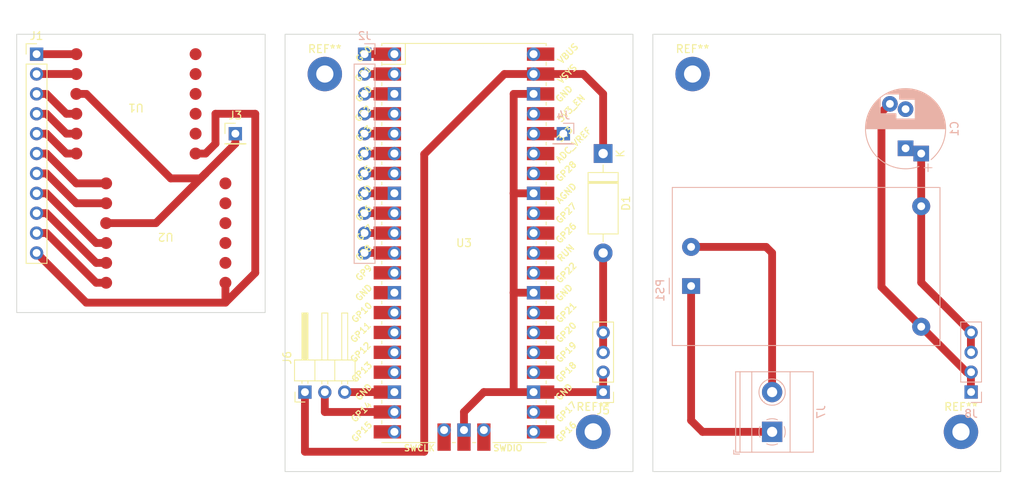
<source format=kicad_pcb>
(kicad_pcb (version 20211014) (generator pcbnew)
  (layers (0 "F.Cu" signal) (31 "B.Cu" signal) (34 "B.Paste" user) (35 "F.Paste" user) (36 "B.SilkS" user "B.Silkscreen") (37 "F.SilkS" user "F.Silkscreen") (38 "B.Mask" user) (39 "F.Mask" user) (44 "Edge.Cuts" user))
  (net 0 "")
  (net 6 "/M1I1")
  (net 7 "/M1I2")
  (net 8 "+3.3V")
  (net 9 "GND")
  (net 10 "/M1I3")
  (net 11 "/M1I4")
  (net 17 "/M2I1")
  (net 18 "/M2I2")
  (net 19 "/M2I3")
  (net 20 "/M2I4")
  (net 42 "/Enable")
  (net 43 "Net-(D1-Pad2)")
  (net 44 "/VSYS")
  (net 45 "Net-(J7-Pad1)")
  (net 46 "Net-(J7-Pad2)")
  (net 47 "Net-(J6-Pad2)")
  (footprint "Connector_PinHeader_2.54mm:PinHeader_1x04_P2.54mm_Vertical" (layer "F.Cu") (at 168.91 109.22 180)
    (fp_text reference "J5" (at 0 -2.33) (layer "F.SilkS"))
    (fp_text value "Conn_01x04_Male")
    (pad "1" thru_hole rect (at 0 0 180) (size 1.7 1.7) (drill 1) (layers *.Cu *.Mask) (net 9 "GND"))
    (pad "2" thru_hole oval (at 0 2.54 180) (size 1.7 1.7) (drill 1) (layers *.Cu *.Mask) (net 9 "GND"))
    (pad "3" thru_hole oval (at 0 5.08 180) (size 1.7 1.7) (drill 1) (layers *.Cu *.Mask) (net 43 "Net-(D1-Pad2)"))
    (pad "4" thru_hole oval (at 0 7.62 180) (size 1.7 1.7) (drill 1) (layers *.Cu *.Mask) (net 43 "Net-(D1-Pad2)"))
  )
  (footprint "MountingHole:MountingHole_2.2mm_M2_Pad" (layer "F.Cu") (at 133.35 68.58)
    (fp_text reference "REF**" (at 0 -3.2) (layer "F.SilkS"))
    (fp_text value "MountingHole_2.2mm_M2_Pad")
    (pad "1" thru_hole circle (at 0 0) (size 4.4 4.4) (drill 2.2) (layers *.Cu *.Mask))
  )
  (footprint "CustomFootprints:DRV8833_Breakout" (layer "F.Cu") (at 113.03 88.9 180)
    (fp_text reference "U2" (at 0 -0.5 180 unlocked) (layer "F.SilkS"))
    (fp_text value "DRV8833_Breakout")
    (pad "1" smd circle (at -7.62 -6.35 180) (size 1.524 1.524) (layers "F.Cu" "F.Paste" "F.Mask") (net 42 "/Enable"))
    (pad "2" smd circle (at -7.62 -3.81 180) (size 1.524 1.524) (layers "F.Cu" "F.Paste" "F.Mask"))
    (pad "3" smd circle (at -7.62 -1.27 180) (size 1.524 1.524) (layers "F.Cu" "F.Paste" "F.Mask"))
    (pad "4" smd circle (at -7.62 1.27 180) (size 1.524 1.524) (layers "F.Cu" "F.Paste" "F.Mask"))
    (pad "5" smd circle (at -7.62 3.81 180) (size 1.524 1.524) (layers "F.Cu" "F.Paste" "F.Mask"))
    (pad "6" smd circle (at -7.62 6.35 180) (size 1.524 1.524) (layers "F.Cu" "F.Paste" "F.Mask"))
    (pad "7" smd circle (at 7.62 6.35 180) (size 1.524 1.524) (layers "F.Cu" "F.Paste" "F.Mask") (net 17 "/M2I1"))
    (pad "8" smd circle (at 7.62 3.81 180) (size 1.524 1.524) (layers "F.Cu" "F.Paste" "F.Mask") (net 18 "/M2I2"))
    (pad "9" smd circle (at 7.62 1.27 180) (size 1.524 1.524) (layers "F.Cu" "F.Paste" "F.Mask") (net 8 "+3.3V"))
    (pad "10" smd circle (at 7.62 -1.27 180) (size 1.524 1.524) (layers "F.Cu" "F.Paste" "F.Mask") (net 9 "GND"))
    (pad "11" smd circle (at 7.62 -3.81 180) (size 1.524 1.524) (layers "F.Cu" "F.Paste" "F.Mask") (net 19 "/M2I3"))
    (pad "12" smd circle (at 7.62 -6.35 180) (size 1.524 1.524) (layers "F.Cu" "F.Paste" "F.Mask") (net 20 "/M2I4"))
  )
  (footprint "CustomFootprints:DRV8833_Breakout" (layer "F.Cu") (at 109.22 72.39 180)
    (fp_text reference "U1" (at 0 -0.5 180 unlocked) (layer "F.SilkS"))
    (fp_text value "DRV8833_Breakout")
    (pad "1" smd circle (at -7.62 -6.35 180) (size 1.524 1.524) (layers "F.Cu" "F.Paste" "F.Mask") (net 42 "/Enable"))
    (pad "2" smd circle (at -7.62 -3.81 180) (size 1.524 1.524) (layers "F.Cu" "F.Paste" "F.Mask"))
    (pad "3" smd circle (at -7.62 -1.27 180) (size 1.524 1.524) (layers "F.Cu" "F.Paste" "F.Mask"))
    (pad "4" smd circle (at -7.62 1.27 180) (size 1.524 1.524) (layers "F.Cu" "F.Paste" "F.Mask"))
    (pad "5" smd circle (at -7.62 3.81 180) (size 1.524 1.524) (layers "F.Cu" "F.Paste" "F.Mask"))
    (pad "6" smd circle (at -7.62 6.35 180) (size 1.524 1.524) (layers "F.Cu" "F.Paste" "F.Mask"))
    (pad "7" smd circle (at 7.62 6.35 180) (size 1.524 1.524) (layers "F.Cu" "F.Paste" "F.Mask") (net 6 "/M1I1"))
    (pad "8" smd circle (at 7.62 3.81 180) (size 1.524 1.524) (layers "F.Cu" "F.Paste" "F.Mask") (net 7 "/M1I2"))
    (pad "9" smd circle (at 7.62 1.27 180) (size 1.524 1.524) (layers "F.Cu" "F.Paste" "F.Mask") (net 8 "+3.3V"))
    (pad "10" smd circle (at 7.62 -1.27 180) (size 1.524 1.524) (layers "F.Cu" "F.Paste" "F.Mask") (net 9 "GND"))
    (pad "11" smd circle (at 7.62 -3.81 180) (size 1.524 1.524) (layers "F.Cu" "F.Paste" "F.Mask") (net 10 "/M1I3"))
    (pad "12" smd circle (at 7.62 -6.35 180) (size 1.524 1.524) (layers "F.Cu" "F.Paste" "F.Mask") (net 11 "/M1I4"))
  )
  (footprint "Connector_PinHeader_2.54mm:PinHeader_1x11_P2.54mm_Vertical" (layer "F.Cu") (at 96.52 66.04)
    (fp_text reference "J1" (at 0 -2.33) (layer "F.SilkS"))
    (fp_text value "Conn_01x11")
    (pad "1" thru_hole rect (at 0 0) (size 1.7 1.7) (drill 1) (layers *.Cu *.Mask) (net 6 "/M1I1"))
    (pad "2" thru_hole oval (at 0 2.54) (size 1.7 1.7) (drill 1) (layers *.Cu *.Mask) (net 7 "/M1I2"))
    (pad "3" thru_hole oval (at 0 5.08) (size 1.7 1.7) (drill 1) (layers *.Cu *.Mask) (net 9 "GND"))
    (pad "4" thru_hole oval (at 0 7.62) (size 1.7 1.7) (drill 1) (layers *.Cu *.Mask) (net 10 "/M1I3"))
    (pad "5" thru_hole oval (at 0 10.16) (size 1.7 1.7) (drill 1) (layers *.Cu *.Mask) (net 11 "/M1I4"))
    (pad "6" thru_hole oval (at 0 12.7) (size 1.7 1.7) (drill 1) (layers *.Cu *.Mask) (net 17 "/M2I1"))
    (pad "7" thru_hole oval (at 0 15.24) (size 1.7 1.7) (drill 1) (layers *.Cu *.Mask) (net 18 "/M2I2"))
    (pad "8" thru_hole oval (at 0 17.78) (size 1.7 1.7) (drill 1) (layers *.Cu *.Mask) (net 9 "GND"))
    (pad "9" thru_hole oval (at 0 20.32) (size 1.7 1.7) (drill 1) (layers *.Cu *.Mask) (net 19 "/M2I3"))
    (pad "10" thru_hole oval (at 0 22.86) (size 1.7 1.7) (drill 1) (layers *.Cu *.Mask) (net 20 "/M2I4"))
    (pad "11" thru_hole oval (at 0 25.4) (size 1.7 1.7) (drill 1) (layers *.Cu *.Mask) (net 42 "/Enable"))
  )
  (footprint "MountingHole:MountingHole_2.2mm_M2_Pad" (layer "F.Cu") (at 180.34 68.58)
    (fp_text reference "REF**" (at 0 -3.2) (layer "F.SilkS"))
    (fp_text value "MountingHole_2.2mm_M2_Pad")
    (pad "1" thru_hole circle (at 0 0) (size 4.4 4.4) (drill 2.2) (layers *.Cu *.Mask))
  )
  (footprint "Diode_THT:D_DO-15_P12.70mm_Horizontal" (layer "F.Cu") (at 168.91 78.74 -90)
    (fp_text reference "D1" (at 6.35 -2.92 90) (layer "F.SilkS"))
    (fp_text value "D")
    (fp_text user "K" (at 0 -2.2 90) (layer "F.SilkS"))
    (pad "1" thru_hole rect (at 0 0 270) (size 2.4 2.4) (drill 1.2) (layers *.Cu *.Mask) (net 44 "/VSYS"))
    (pad "2" thru_hole oval (at 12.7 0 270) (size 2.4 2.4) (drill 1.2) (layers *.Cu *.Mask) (net 43 "Net-(D1-Pad2)"))
  )
  (footprint "MCU_RaspberryPi_and_Boards:RPi_Pico_SMD_TH" (layer "F.Cu") (at 151.13 90.17)
    (fp_text reference "U3" (at 0 0) (layer "F.SilkS"))
    (fp_text value "Pico")
    (fp_text user "AGND" (at 13.054 -6.35 45) (layer "F.SilkS") (effects (font (size 0.8 0.8))))
    (fp_text user "RUN" (at 13 1.27 45) (layer "F.SilkS") (effects (font (size 0.8 0.8))))
    (fp_text user "GND" (at -12.8 -19.05 45) (layer "F.SilkS") (effects (font (size 0.8 0.8))))
    (fp_text user "GP22" (at 13.054 3.81 45) (layer "F.SilkS") (effects (font (size 0.8 0.8))))
    (fp_text user "GP27" (at 13.054 -3.8 45) (layer "F.SilkS") (effects (font (size 0.8 0.8))))
    (fp_text user "GP17" (at 13.054 21.59 45) (layer "F.SilkS") (effects (font (size 0.8 0.8))))
    (fp_text user "GP28" (at 13.054 -9.144 45) (layer "F.SilkS") (effects (font (size 0.8 0.8))))
    (fp_text user "GP3" (at -12.8 -13.97 45) (layer "F.SilkS") (effects (font (size 0.8 0.8))))
    (fp_text user "GP13" (at -13.054 16.51 45) (layer "F.SilkS") (effects (font (size 0.8 0.8))))
    (fp_text user "GND" (at -12.8 19.05 45) (layer "F.SilkS") (effects (font (size 0.8 0.8))))
    (fp_text user "GP21" (at 13.054 8.9 45) (layer "F.SilkS") (effects (font (size 0.8 0.8))))
    (fp_text user "GP12" (at -13.2 13.97 45) (layer "F.SilkS") (effects (font (size 0.8 0.8))))
    (fp_text user "GP6" (at -12.8 -3.81 45) (layer "F.SilkS") (effects (font (size 0.8 0.8))))
    (fp_text user "GP10" (at -13.054 8.89 45) (layer "F.SilkS") (effects (font (size 0.8 0.8))))
    (fp_text user "GP11" (at -13.2 11.43 45) (layer "F.SilkS") (effects (font (size 0.8 0.8))))
    (fp_text user "GP15" (at -13.054 24.13 45) (layer "F.SilkS") (effects (font (size 0.8 0.8))))
    (fp_text user "GP2" (at -12.9 -16.51 45) (layer "F.SilkS") (effects (font (size 0.8 0.8))))
    (fp_text user "GP18" (at 13.054 16.51 45) (layer "F.SilkS") (effects (font (size 0.8 0.8))))
    (fp_text user "GP26" (at 13.054 -1.27 45) (layer "F.SilkS") (effects (font (size 0.8 0.8))))
    (fp_text user "GP5" (at -12.8 -8.89 45) (layer "F.SilkS") (effects (font (size 0.8 0.8))))
    (fp_text user "GP9" (at -12.8 3.81 45) (layer "F.SilkS") (effects (font (size 0.8 0.8))))
    (fp_text user "SWDIO" (at 5.6 26.2) (layer "F.SilkS") (effects (font (size 0.8 0.8))))
    (fp_text user "GP0" (at -12.8 -24.13 45) (layer "F.SilkS") (effects (font (size 0.8 0.8))))
    (fp_text user "GND" (at 12.8 19.05 45) (layer "F.SilkS") (effects (font (size 0.8 0.8))))
    (fp_text user "GP4" (at -12.8 -11.43 45) (layer "F.SilkS") (effects (font (size 0.8 0.8))))
    (fp_text user "GP14" (at -13.1 21.59 45) (layer "F.SilkS") (effects (font (size 0.8 0.8))))
    (fp_text user "GP16" (at 13.054 24.13 45) (layer "F.SilkS") (effects (font (size 0.8 0.8))))
    (fp_text user "GP8" (at -12.8 1.27 45) (layer "F.SilkS") (effects (font (size 0.8 0.8))))
    (fp_text user "VBUS" (at 13.3 -24.2 45) (layer "F.SilkS") (effects (font (size 0.8 0.8))))
    (fp_text user "GP1" (at -12.9 -21.6 45) (layer "F.SilkS") (effects (font (size 0.8 0.8))))
    (fp_text user "GP20" (at 13.054 11.43 45) (layer "F.SilkS") (effects (font (size 0.8 0.8))))
    (fp_text user "3V3" (at 12.9 -13.9 45) (layer "F.SilkS") (effects (font (size 0.8 0.8))))
    (fp_text user "GND" (at -12.8 6.35 45) (layer "F.SilkS") (effects (font (size 0.8 0.8))))
    (fp_text user "SWCLK" (at -5.7 26.2) (layer "F.SilkS") (effects (font (size 0.8 0.8))))
    (fp_text user "3V3_EN" (at 13.7 -17.2 45) (layer "F.SilkS") (effects (font (size 0.8 0.8))))
    (fp_text user "GP7" (at -12.7 -1.3 45) (layer "F.SilkS") (effects (font (size 0.8 0.8))))
    (fp_text user "GND" (at 12.8 -19.05 45) (layer "F.SilkS") (effects (font (size 0.8 0.8))))
    (fp_text user "GND" (at -12.8 -6.35 45) (layer "F.SilkS") (effects (font (size 0.8 0.8))))
    (fp_text user "ADC_VREF" (at 14 -12.5 45) (layer "F.SilkS") (effects (font (size 0.8 0.8))))
    (fp_text user "GND" (at 12.8 6.35 45) (layer "F.SilkS") (effects (font (size 0.8 0.8))))
    (fp_text user "GP19" (at 13.054 13.97 45) (layer "F.SilkS") (effects (font (size 0.8 0.8))))
    (fp_text user "VSYS" (at 13.2 -21.59 45) (layer "F.SilkS") (effects (font (size 0.8 0.8))))
    (pad "" np_thru_hole oval (at 2.425 -20.97) (size 1.5 1.5) (drill 1.5) (layers *.Cu *.Mask))
    (pad "" np_thru_hole oval (at -2.425 -20.97) (size 1.5 1.5) (drill 1.5) (layers *.Cu *.Mask))
    (pad "" np_thru_hole oval (at -2.725 -24) (size 1.8 1.8) (drill 1.8) (layers *.Cu *.Mask))
    (pad "" np_thru_hole oval (at 2.725 -24) (size 1.8 1.8) (drill 1.8) (layers *.Cu *.Mask))
    (pad "1" thru_hole oval (at -8.89 -24.13) (size 1.7 1.7) (drill 1.02) (layers *.Cu *.Mask) (net 6 "/M1I1"))
    (pad "1" smd rect (at -8.89 -24.13) (size 3.5 1.7) (drill (offset -0.9 0)) (layers "F.Cu" "F.Mask") (net 6 "/M1I1"))
    (pad "2" thru_hole oval (at -8.89 -21.59) (size 1.7 1.7) (drill 1.02) (layers *.Cu *.Mask) (net 7 "/M1I2"))
    (pad "2" smd rect (at -8.89 -21.59) (size 3.5 1.7) (drill (offset -0.9 0)) (layers "F.Cu" "F.Mask") (net 7 "/M1I2"))
    (pad "3" thru_hole rect (at -8.89 -19.05) (size 1.7 1.7) (drill 1.02) (layers *.Cu *.Mask) (net 9 "GND"))
    (pad "3" smd rect (at -8.89 -19.05) (size 3.5 1.7) (drill (offset -0.9 0)) (layers "F.Cu" "F.Mask") (net 9 "GND"))
    (pad "4" smd rect (at -8.89 -16.51) (size 3.5 1.7) (drill (offset -0.9 0)) (layers "F.Cu" "F.Mask") (net 10 "/M1I3"))
    (pad "4" thru_hole oval (at -8.89 -16.51) (size 1.7 1.7) (drill 1.02) (layers *.Cu *.Mask) (net 10 "/M1I3"))
    (pad "5" smd rect (at -8.89 -13.97) (size 3.5 1.7) (drill (offset -0.9 0)) (layers "F.Cu" "F.Mask") (net 11 "/M1I4"))
    (pad "5" thru_hole oval (at -8.89 -13.97) (size 1.7 1.7) (drill 1.02) (layers *.Cu *.Mask) (net 11 "/M1I4"))
    (pad "6" smd rect (at -8.89 -11.43) (size 3.5 1.7) (drill (offset -0.9 0)) (layers "F.Cu" "F.Mask") (net 17 "/M2I1"))
    (pad "6" thru_hole oval (at -8.89 -11.43) (size 1.7 1.7) (drill 1.02) (layers *.Cu *.Mask) (net 17 "/M2I1"))
    (pad "7" thru_hole oval (at -8.89 -8.89) (size 1.7 1.7) (drill 1.02) (layers *.Cu *.Mask) (net 18 "/M2I2"))
    (pad "7" smd rect (at -8.89 -8.89) (size 3.5 1.7) (drill (offset -0.9 0)) (layers "F.Cu" "F.Mask") (net 18 "/M2I2"))
    (pad "8" thru_hole rect (at -8.89 -6.35) (size 1.7 1.7) (drill 1.02) (layers *.Cu *.Mask) (net 9 "GND"))
    (pad "8" smd rect (at -8.89 -6.35) (size 3.5 1.7) (drill (offset -0.9 0)) (layers "F.Cu" "F.Mask") (net 9 "GND"))
    (pad "9" smd rect (at -8.89 -3.81) (size 3.5 1.7) (drill (offset -0.9 0)) (layers "F.Cu" "F.Mask") (net 19 "/M2I3"))
    (pad "9" thru_hole oval (at -8.89 -3.81) (size 1.7 1.7) (drill 1.02) (layers *.Cu *.Mask) (net 19 "/M2I3"))
    (pad "10" thru_hole oval (at -8.89 -1.27) (size 1.7 1.7) (drill 1.02) (layers *.Cu *.Mask) (net 20 "/M2I4"))
    (pad "10" smd rect (at -8.89 -1.27) (size 3.5 1.7) (drill (offset -0.9 0)) (layers "F.Cu" "F.Mask") (net 20 "/M2I4"))
    (pad "11" thru_hole oval (at -8.89 1.27) (size 1.7 1.7) (drill 1.02) (layers *.Cu *.Mask) (net 42 "/Enable"))
    (pad "11" smd rect (at -8.89 1.27) (size 3.5 1.7) (drill (offset -0.9 0)) (layers "F.Cu" "F.Mask") (net 42 "/Enable"))
    (pad "12" thru_hole oval (at -8.89 3.81) (size 1.7 1.7) (drill 1.02) (layers *.Cu *.Mask))
    (pad "12" smd rect (at -8.89 3.81) (size 3.5 1.7) (drill (offset -0.9 0)) (layers "F.Cu" "F.Mask"))
    (pad "13" smd rect (at -8.89 6.35) (size 3.5 1.7) (drill (offset -0.9 0)) (layers "F.Cu" "F.Mask") (net 9 "GND"))
    (pad "13" thru_hole rect (at -8.89 6.35) (size 1.7 1.7) (drill 1.02) (layers *.Cu *.Mask) (net 9 "GND"))
    (pad "14" smd rect (at -8.89 8.89) (size 3.5 1.7) (drill (offset -0.9 0)) (layers "F.Cu" "F.Mask"))
    (pad "14" thru_hole oval (at -8.89 8.89) (size 1.7 1.7) (drill 1.02) (layers *.Cu *.Mask))
    (pad "15" thru_hole oval (at -8.89 11.43) (size 1.7 1.7) (drill 1.02) (layers *.Cu *.Mask))
    (pad "15" smd rect (at -8.89 11.43) (size 3.5 1.7) (drill (offset -0.9 0)) (layers "F.Cu" "F.Mask"))
    (pad "16" smd rect (at -8.89 13.97) (size 3.5 1.7) (drill (offset -0.9 0)) (layers "F.Cu" "F.Mask"))
    (pad "16" thru_hole oval (at -8.89 13.97) (size 1.7 1.7) (drill 1.02) (layers *.Cu *.Mask))
    (pad "17" thru_hole oval (at -8.89 16.51) (size 1.7 1.7) (drill 1.02) (layers *.Cu *.Mask))
    (pad "17" smd rect (at -8.89 16.51) (size 3.5 1.7) (drill (offset -0.9 0)) (layers "F.Cu" "F.Mask"))
    (pad "18" thru_hole rect (at -8.89 19.05) (size 1.7 1.7) (drill 1.02) (layers *.Cu *.Mask) (net 9 "GND"))
    (pad "18" smd rect (at -8.89 19.05) (size 3.5 1.7) (drill (offset -0.9 0)) (layers "F.Cu" "F.Mask") (net 9 "GND"))
    (pad "19" thru_hole oval (at -8.89 21.59) (size 1.7 1.7) (drill 1.02) (layers *.Cu *.Mask) (net 47 "Net-(J6-Pad2)"))
    (pad "19" smd rect (at -8.89 21.59) (size 3.5 1.7) (drill (offset -0.9 0)) (layers "F.Cu" "F.Mask") (net 47 "Net-(J6-Pad2)"))
    (pad "20" smd rect (at -8.89 24.13) (size 3.5 1.7) (drill (offset -0.9 0)) (layers "F.Cu" "F.Mask"))
    (pad "20" thru_hole oval (at -8.89 24.13) (size 1.7 1.7) (drill 1.02) (layers *.Cu *.Mask))
    (pad "21" thru_hole oval (at 8.89 24.13) (size 1.7 1.7) (drill 1.02) (layers *.Cu *.Mask))
    (pad "21" smd rect (at 8.89 24.13) (size 3.5 1.7) (drill (offset 0.9 0)) (layers "F.Cu" "F.Mask"))
    (pad "22" thru_hole oval (at 8.89 21.59) (size 1.7 1.7) (drill 1.02) (layers *.Cu *.Mask))
    (pad "22" smd rect (at 8.89 21.59) (size 3.5 1.7) (drill (offset 0.9 0)) (layers "F.Cu" "F.Mask"))
    (pad "23" smd rect (at 8.89 19.05) (size 3.5 1.7) (drill (offset 0.9 0)) (layers "F.Cu" "F.Mask") (net 9 "GND"))
    (pad "23" thru_hole rect (at 8.89 19.05) (size 1.7 1.7) (drill 1.02) (layers *.Cu *.Mask) (net 9 "GND"))
    (pad "24" smd rect (at 8.89 16.51) (size 3.5 1.7) (drill (offset 0.9 0)) (layers "F.Cu" "F.Mask"))
    (pad "24" thru_hole oval (at 8.89 16.51) (size 1.7 1.7) (drill 1.02) (layers *.Cu *.Mask))
    (pad "25" smd rect (at 8.89 13.97) (size 3.5 1.7) (drill (offset 0.9 0)) (layers "F.Cu" "F.Mask"))
    (pad "25" thru_hole oval (at 8.89 13.97) (size 1.7 1.7) (drill 1.02) (layers *.Cu *.Mask))
    (pad "26" thru_hole oval (at 8.89 11.43) (size 1.7 1.7) (drill 1.02) (layers *.Cu *.Mask))
    (pad "26" smd rect (at 8.89 11.43) (size 3.5 1.7) (drill (offset 0.9 0)) (layers "F.Cu" "F.Mask"))
    (pad "27" smd rect (at 8.89 8.89) (size 3.5 1.7) (drill (offset 0.9 0)) (layers "F.Cu" "F.Mask"))
    (pad "27" thru_hole oval (at 8.89 8.89) (size 1.7 1.7) (drill 1.02) (layers *.Cu *.Mask))
    (pad "28" smd rect (at 8.89 6.35) (size 3.5 1.7) (drill (offset 0.9 0)) (layers "F.Cu" "F.Mask") (net 9 "GND"))
    (pad "28" thru_hole rect (at 8.89 6.35) (size 1.7 1.7) (drill 1.02) (layers *.Cu *.Mask) (net 9 "GND"))
    (pad "29" thru_hole oval (at 8.89 3.81) (size 1.7 1.7) (drill 1.02) (layers *.Cu *.Mask))
    (pad "29" smd rect (at 8.89 3.81) (size 3.5 1.7) (drill (offset 0.9 0)) (layers "F.Cu" "F.Mask"))
    (pad "30" thru_hole oval (at 8.89 1.27) (size 1.7 1.7) (drill 1.02) (layers *.Cu *.Mask))
    (pad "30" smd rect (at 8.89 1.27) (size 3.5 1.7) (drill (offset 0.9 0)) (layers "F.Cu" "F.Mask"))
    (pad "31" smd rect (at 8.89 -1.27) (size 3.5 1.7) (drill (offset 0.9 0)) (layers "F.Cu" "F.Mask"))
    (pad "31" thru_hole oval (at 8.89 -1.27) (size 1.7 1.7) (drill 1.02) (layers *.Cu *.Mask))
    (pad "32" smd rect (at 8.89 -3.81) (size 3.5 1.7) (drill (offset 0.9 0)) (layers "F.Cu" "F.Mask"))
    (pad "32" thru_hole oval (at 8.89 -3.81) (size 1.7 1.7) (drill 1.02) (layers *.Cu *.Mask))
    (pad "33" smd rect (at 8.89 -6.35) (size 3.5 1.7) (drill (offset 0.9 0)) (layers "F.Cu" "F.Mask") (net 9 "GND"))
    (pad "33" thru_hole rect (at 8.89 -6.35) (size 1.7 1.7) (drill 1.02) (layers *.Cu *.Mask) (net 9 "GND"))
    (pad "34" thru_hole oval (at 8.89 -8.89) (size 1.7 1.7) (drill 1.02) (layers *.Cu *.Mask))
    (pad "34" smd rect (at 8.89 -8.89) (size 3.5 1.7) (drill (offset 0.9 0)) (layers "F.Cu" "F.Mask"))
    (pad "35" smd rect (at 8.89 -11.43) (size 3.5 1.7) (drill (offset 0.9 0)) (layers "F.Cu" "F.Mask"))
    (pad "35" thru_hole oval (at 8.89 -11.43) (size 1.7 1.7) (drill 1.02) (layers *.Cu *.Mask))
    (pad "36" smd rect (at 8.89 -13.97) (size 3.5 1.7) (drill (offset 0.9 0)) (layers "F.Cu" "F.Mask") (net 8 "+3.3V"))
    (pad "36" thru_hole oval (at 8.89 -13.97) (size 1.7 1.7) (drill 1.02) (layers *.Cu *.Mask) (net 8 "+3.3V"))
    (pad "37" thru_hole oval (at 8.89 -16.51) (size 1.7 1.7) (drill 1.02) (layers *.Cu *.Mask))
    (pad "37" smd rect (at 8.89 -16.51) (size 3.5 1.7) (drill (offset 0.9 0)) (layers "F.Cu" "F.Mask"))
    (pad "38" thru_hole rect (at 8.89 -19.05) (size 1.7 1.7) (drill 1.02) (layers *.Cu *.Mask) (net 9 "GND"))
    (pad "38" smd rect (at 8.89 -19.05) (size 3.5 1.7) (drill (offset 0.9 0)) (layers "F.Cu" "F.Mask") (net 9 "GND"))
    (pad "39" thru_hole oval (at 8.89 -21.59) (size 1.7 1.7) (drill 1.02) (layers *.Cu *.Mask) (net 44 "/VSYS"))
    (pad "39" smd rect (at 8.89 -21.59) (size 3.5 1.7) (drill (offset 0.9 0)) (layers "F.Cu" "F.Mask") (net 44 "/VSYS"))
    (pad "40" thru_hole oval (at 8.89 -24.13) (size 1.7 1.7) (drill 1.02) (layers *.Cu *.Mask))
    (pad "40" smd rect (at 8.89 -24.13) (size 3.5 1.7) (drill (offset 0.9 0)) (layers "F.Cu" "F.Mask"))
    (pad "41" thru_hole oval (at -2.54 23.9) (size 1.7 1.7) (drill 1.02) (layers *.Cu *.Mask))
    (pad "41" smd rect (at -2.54 23.9 90) (size 3.5 1.7) (drill (offset -0.9 0)) (layers "F.Cu" "F.Mask"))
    (pad "42" smd rect (at 0 23.9 90) (size 3.5 1.7) (drill (offset -0.9 0)) (layers "F.Cu" "F.Mask") (net 9 "GND"))
    (pad "42" thru_hole rect (at 0 23.9) (size 1.7 1.7) (drill 1.02) (layers *.Cu *.Mask) (net 9 "GND"))
    (pad "43" thru_hole oval (at 2.54 23.9) (size 1.7 1.7) (drill 1.02) (layers *.Cu *.Mask))
    (pad "43" smd rect (at 2.54 23.9 90) (size 3.5 1.7) (drill (offset -0.9 0)) (layers "F.Cu" "F.Mask"))
  )
  (footprint "MountingHole:MountingHole_2.2mm_M2_Pad" (layer "F.Cu") (at 214.63 114.3)
    (fp_text reference "REF**" (at 0 -3.2) (layer "F.SilkS"))
    (fp_text value "MountingHole_2.2mm_M2_Pad")
    (pad "1" thru_hole circle (at 0 0) (size 4.4 4.4) (drill 2.2) (layers *.Cu *.Mask))
  )
  (footprint "Connector_PinHeader_2.54mm:PinHeader_1x01_P2.54mm_Vertical" (layer "F.Cu") (at 121.92 76.2)
    (fp_text reference "J3" (at 0 -2.33) (layer "F.SilkS"))
    (fp_text value "Conn_01x01")
    (pad "1" thru_hole rect (at 0 0) (size 1.7 1.7) (drill 1) (layers *.Cu *.Mask) (net 8 "+3.3V"))
  )
  (footprint "Connector_PinHeader_2.54mm:PinHeader_1x03_P2.54mm_Horizontal" (layer "F.Cu") (at 130.81 109.22 90)
    (fp_text reference "J6" (at 4.385 -2.27 90) (layer "F.SilkS"))
    (fp_text value "Conn_01x04_Male")
    (pad "1" thru_hole rect (at 0 0 90) (size 1.7 1.7) (drill 1) (layers *.Cu *.Mask) (net 44 "/VSYS"))
    (pad "2" thru_hole oval (at 0 2.54 90) (size 1.7 1.7) (drill 1) (layers *.Cu *.Mask) (net 47 "Net-(J6-Pad2)"))
    (pad "3" thru_hole oval (at 0 5.08 90) (size 1.7 1.7) (drill 1) (layers *.Cu *.Mask) (net 9 "GND"))
  )
  (footprint "MountingHole:MountingHole_2.2mm_M2_Pad" (layer "F.Cu") (at 167.64 114.3)
    (fp_text reference "REF**" (at 0 -3.2) (layer "F.SilkS"))
    (fp_text value "MountingHole_2.2mm_M2_Pad")
    (pad "1" thru_hole circle (at 0 0) (size 4.4 4.4) (drill 2.2) (layers *.Cu *.Mask))
  )
  (footprint "Capacitor_THT:CP_Radial_D10.0mm_P5.00mm_P7.50mm" (layer "B.Cu") (at 207.55 78.067856 90)
    (fp_text reference "C1" (at 2.5 6.25 90) (layer "B.SilkS") (effects (justify mirror)))
    (fp_text value "C_Polarized")
    (pad "1" thru_hole rect (at -0.672144 2 90) (size 2 2) (drill 1) (layers *.Cu *.Mask) (net 44 "/VSYS"))
    (pad "1" thru_hole rect (at 0 0 90) (size 2 2) (drill 1) (layers *.Cu *.Mask) (net 44 "/VSYS"))
    (pad "2" thru_hole circle (at 5 0 90) (size 2 2) (drill 1) (layers *.Cu *.Mask) (net 9 "GND"))
    (pad "2" thru_hole circle (at 5.672144 -2 90) (size 2 2) (drill 1) (layers *.Cu *.Mask) (net 9 "GND"))
  )
  (footprint "Connector_PinHeader_2.54mm:PinHeader_1x01_P2.54mm_Vertical" (layer "B.Cu") (at 163.83 76.2 180)
    (fp_text reference "J4" (at 0 2.33) (layer "B.SilkS") (effects (justify mirror)))
    (fp_text value "Conn_01x01")
    (pad "1" thru_hole rect (at 0 0 180) (size 1.7 1.7) (drill 1) (layers *.Cu *.Mask) (net 8 "+3.3V"))
  )
  (footprint "Connector_PinHeader_2.54mm:PinHeader_1x11_P2.54mm_Vertical" (layer "B.Cu") (at 138.43 66.04 180)
    (fp_text reference "J2" (at 0 2.33) (layer "B.SilkS") (effects (justify mirror)))
    (fp_text value "Conn_01x11")
    (pad "1" thru_hole rect (at 0 0 180) (size 1.7 1.7) (drill 1) (layers *.Cu *.Mask) (net 6 "/M1I1"))
    (pad "2" thru_hole oval (at 0 -2.54 180) (size 1.7 1.7) (drill 1) (layers *.Cu *.Mask) (net 7 "/M1I2"))
    (pad "3" thru_hole oval (at 0 -5.08 180) (size 1.7 1.7) (drill 1) (layers *.Cu *.Mask) (net 9 "GND"))
    (pad "4" thru_hole oval (at 0 -7.62 180) (size 1.7 1.7) (drill 1) (layers *.Cu *.Mask) (net 10 "/M1I3"))
    (pad "5" thru_hole oval (at 0 -10.16 180) (size 1.7 1.7) (drill 1) (layers *.Cu *.Mask) (net 11 "/M1I4"))
    (pad "6" thru_hole oval (at 0 -12.7 180) (size 1.7 1.7) (drill 1) (layers *.Cu *.Mask) (net 17 "/M2I1"))
    (pad "7" thru_hole oval (at 0 -15.24 180) (size 1.7 1.7) (drill 1) (layers *.Cu *.Mask) (net 18 "/M2I2"))
    (pad "8" thru_hole oval (at 0 -17.78 180) (size 1.7 1.7) (drill 1) (layers *.Cu *.Mask) (net 9 "GND"))
    (pad "9" thru_hole oval (at 0 -20.32 180) (size 1.7 1.7) (drill 1) (layers *.Cu *.Mask) (net 19 "/M2I3"))
    (pad "10" thru_hole oval (at 0 -22.86 180) (size 1.7 1.7) (drill 1) (layers *.Cu *.Mask) (net 20 "/M2I4"))
    (pad "11" thru_hole oval (at 0 -25.4 180) (size 1.7 1.7) (drill 1) (layers *.Cu *.Mask) (net 42 "/Enable"))
  )
  (footprint "TerminalBlock_Phoenix:TerminalBlock_Phoenix_MKDS-1,5-2-5.08_1x02_P5.08mm_Horizontal" (layer "B.Cu") (at 190.5 114.3 90)
    (fp_text reference "J7" (at 2.54 6.26 90) (layer "B.SilkS") (effects (justify mirror)))
    (fp_text value "Screw_Terminal_01x02")
    (pad "1" thru_hole rect (at 0 0 90) (size 2.6 2.6) (drill 1.3) (layers *.Cu *.Mask) (net 45 "Net-(J7-Pad1)"))
    (pad "2" thru_hole circle (at 5.08 0 90) (size 2.6 2.6) (drill 1.3) (layers *.Cu *.Mask) (net 46 "Net-(J7-Pad2)"))
  )
  (footprint "Connector_PinSocket_2.54mm:PinSocket_1x04_P2.54mm_Vertical" (layer "B.Cu") (at 215.925 109.21)
    (fp_text reference "J8" (at 0 2.77) (layer "B.SilkS") (effects (justify mirror)))
    (fp_text value "Conn_01x04_Male")
    (pad "1" thru_hole rect (at 0 0) (size 1.7 1.7) (drill 1) (layers *.Cu *.Mask) (net 9 "GND"))
    (pad "2" thru_hole oval (at 0 -2.54) (size 1.7 1.7) (drill 1) (layers *.Cu *.Mask) (net 9 "GND"))
    (pad "3" thru_hole oval (at 0 -5.08) (size 1.7 1.7) (drill 1) (layers *.Cu *.Mask) (net 44 "/VSYS"))
    (pad "4" thru_hole oval (at 0 -7.62) (size 1.7 1.7) (drill 1) (layers *.Cu *.Mask) (net 44 "/VSYS"))
  )
  (footprint "Converter_ACDC:Converter_ACDC_HiLink_HLK-PMxx" (layer "B.Cu") (at 180.15 95.67)
    (fp_text reference "PS1" (at -3.94 0.55 90) (layer "B.SilkS") (effects (justify mirror)))
    (fp_text value "HLK-PM01")
    (pad "1" thru_hole rect (at 0 0) (size 2.3 2) (drill 1) (layers *.Cu *.Mask) (net 45 "Net-(J7-Pad1)"))
    (pad "2" thru_hole circle (at 0 -5) (size 2.3 2.3) (drill 1) (layers *.Cu *.Mask) (net 46 "Net-(J7-Pad2)"))
    (pad "3" thru_hole circle (at 29.4 5.2) (size 2.3 2.3) (drill 1) (layers *.Cu *.Mask) (net 9 "GND"))
    (pad "4" thru_hole circle (at 29.4 -10.2) (size 2.3 2.3) (drill 1) (layers *.Cu *.Mask) (net 44 "/VSYS"))
  )
  (gr_rect (start 128.27 63.5) (end 172.72 119.38) (layer "Edge.Cuts") (width 0.1) (fill none))
  (gr_rect (start 93.98 63.5) (end 125.73 99.06) (layer "Edge.Cuts") (width 0.1) (fill none))
  (gr_rect (start 175.26 63.5) (end 219.71 119.38) (layer "Edge.Cuts") (width 0.1) (fill none))
  (segment (start 101.6 66.04) (end 96.52 66.04) (width 1) (layer "F.Cu") (net 6))
  (segment (start 138.455 66.04) (end 142.24 66.04) (width 1) (layer "F.Cu") (net 6))
  (segment (start 96.52 68.58) (end 101.6 68.58) (width 1) (layer "F.Cu") (net 7))
  (segment (start 142.24 68.58) (end 138.455 68.58) (width 1) (layer "F.Cu") (net 7))
  (segment (start 113.665 81.915) (end 117.475 81.915) (width 1) (layer "F.Cu") (net 8))
  (segment (start 101.6 71.12) (end 102.87 71.12) (width 1) (layer "F.Cu") (net 8))
  (segment (start 102.87 71.12) (end 113.665 81.915) (width 1) (layer "F.Cu") (net 8))
  (segment (start 117.475 81.915) (end 118.11 81.28) (width 1) (layer "F.Cu") (net 8))
  (segment (start 160.02 76.2) (end 163.83 76.2) (width 1) (layer "F.Cu") (net 8))
  (segment (start 121.92 77.47) (end 118.11 81.28) (width 1) (layer "F.Cu") (net 8))
  (segment (start 111.76 87.63) (end 118.11 81.28) (width 1) (layer "F.Cu") (net 8))
  (segment (start 111.76 87.63) (end 105.41 87.63) (width 1) (layer "F.Cu") (net 8))
  (segment (start 121.92 76.2) (end 121.92 77.47) (width 1) (layer "F.Cu") (net 8))
  (segment (start 135.89 109.22) (end 142.24 109.22) (width 1) (layer "F.Cu") (net 9))
  (segment (start 96.52 83.82) (end 97.79 83.82) (width 1) (layer "F.Cu") (net 9))
  (segment (start 151.13 111.76) (end 153.67 109.22) (width 1) (layer "F.Cu") (net 9))
  (segment (start 157.48 96.52) (end 157.48 83.82) (width 1) (layer "F.Cu") (net 9))
  (segment (start 215.35 106.67) (end 209.55 100.87) (width 1) (layer "F.Cu") (net 9))
  (segment (start 168.91 106.68) (end 168.91 109.22) (width 1) (layer "F.Cu") (net 9))
  (segment (start 157.48 109.22) (end 157.48 96.52) (width 1) (layer "F.Cu") (net 9))
  (segment (start 104.14 90.17) (end 105.41 90.17) (width 1) (layer "F.Cu") (net 9))
  (segment (start 151.13 114.07) (end 151.13 111.76) (width 1) (layer "F.Cu") (net 9))
  (segment (start 97.79 83.82) (end 104.14 90.17) (width 1) (layer "F.Cu") (net 9))
  (segment (start 215.9 109.22) (end 215.9 106.68) (width 1) (layer "F.Cu") (net 9))
  (segment (start 157.48 109.22) (end 160.02 109.22) (width 1) (layer "F.Cu") (net 9))
  (segment (start 153.67 109.22) (end 157.48 109.22) (width 1) (layer "F.Cu") (net 9))
  (segment (start 138.455 71.12) (end 142.24 71.12) (width 1) (layer "F.Cu") (net 9))
  (segment (start 204.47 95.79) (end 204.47 73.475712) (width 1) (layer "F.Cu") (net 9))
  (segment (start 215.925 106.67) (end 215.35 106.67) (width 1) (layer "F.Cu") (net 9))
  (segment (start 100.33 73.66) (end 101.6 73.66) (width 1) (layer "F.Cu") (net 9))
  (segment (start 157.48 83.82) (end 157.48 71.12) (width 1) (layer "F.Cu") (net 9))
  (segment (start 209.55 100.87) (end 204.47 95.79) (width 1) (layer "F.Cu") (net 9))
  (segment (start 157.48 71.12) (end 160.02 71.12) (width 1) (layer "F.Cu") (net 9))
  (segment (start 97.79 71.12) (end 100.33 73.66) (width 1) (layer "F.Cu") (net 9))
  (segment (start 157.48 96.52) (end 160.02 96.52) (width 1) (layer "F.Cu") (net 9))
  (segment (start 142.24 83.82) (end 138.455 83.82) (width 1) (layer "F.Cu") (net 9))
  (segment (start 96.52 71.12) (end 97.79 71.12) (width 1) (layer "F.Cu") (net 9))
  (segment (start 160.02 109.22) (end 168.91 109.22) (width 1) (layer "F.Cu") (net 9))
  (segment (start 157.48 83.82) (end 160.02 83.82) (width 1) (layer "F.Cu") (net 9))
  (segment (start 204.47 73.475712) (end 205.55 72.395712) (width 1) (layer "F.Cu") (net 9))
  (segment (start 96.52 73.66) (end 97.79 73.66) (width 1) (layer "F.Cu") (net 10))
  (segment (start 142.24 73.66) (end 138.455 73.66) (width 1) (layer "F.Cu") (net 10))
  (segment (start 97.79 73.66) (end 100.33 76.2) (width 1) (layer "F.Cu") (net 10))
  (segment (start 100.33 76.2) (end 101.6 76.2) (width 1) (layer "F.Cu") (net 10))
  (segment (start 138.455 76.2) (end 142.24 76.2) (width 1) (layer "F.Cu") (net 11))
  (segment (start 100.33 78.74) (end 101.6 78.74) (width 1) (layer "F.Cu") (net 11))
  (segment (start 97.79 76.2) (end 100.33 78.74) (width 1) (layer "F.Cu") (net 11))
  (segment (start 96.52 76.2) (end 97.79 76.2) (width 1) (layer "F.Cu") (net 11))
  (segment (start 142.24 78.74) (end 138.455 78.74) (width 1) (layer "F.Cu") (net 17))
  (segment (start 97.79 78.74) (end 101.6 82.55) (width 1) (layer "F.Cu") (net 17))
  (segment (start 96.52 78.74) (end 97.79 78.74) (width 1) (layer "F.Cu") (net 17))
  (segment (start 101.6 82.55) (end 105.41 82.55) (width 1) (layer "F.Cu") (net 17))
  (segment (start 96.52 81.28) (end 97.79 81.28) (width 1) (layer "F.Cu") (net 18))
  (segment (start 97.79 81.28) (end 101.6 85.09) (width 1) (layer "F.Cu") (net 18))
  (segment (start 101.6 85.09) (end 105.41 85.09) (width 1) (layer "F.Cu") (net 18))
  (segment (start 138.455 81.28) (end 142.24 81.28) (width 1) (layer "F.Cu") (net 18))
  (segment (start 96.52 86.36) (end 97.79 86.36) (width 1) (layer "F.Cu") (net 19))
  (segment (start 97.79 86.36) (end 104.14 92.71) (width 1) (layer "F.Cu") (net 19))
  (segment (start 104.14 92.71) (end 105.41 92.71) (width 1) (layer "F.Cu") (net 19))
  (segment (start 138.455 86.36) (end 142.24 86.36) (width 1) (layer "F.Cu") (net 19))
  (segment (start 104.14 95.25) (end 105.41 95.25) (width 1) (layer "F.Cu") (net 20))
  (segment (start 96.52 88.9) (end 97.79 88.9) (width 1) (layer "F.Cu") (net 20))
  (segment (start 142.24 88.9) (end 138.455 88.9) (width 1) (layer "F.Cu") (net 20))
  (segment (start 97.79 88.9) (end 104.14 95.25) (width 1) (layer "F.Cu") (net 20))
  (segment (start 119.38 77.47) (end 119.38 73.66) (width 1) (layer "F.Cu") (net 42))
  (segment (start 120.65 97.79) (end 124.46 93.98) (width 1) (layer "F.Cu") (net 42))
  (segment (start 120.65 97.79) (end 120.65 95.25) (width 1) (layer "F.Cu") (net 42))
  (segment (start 116.84 78.74) (end 118.11 78.74) (width 1) (layer "F.Cu") (net 42))
  (segment (start 118.11 78.74) (end 119.38 77.47) (width 1) (layer "F.Cu") (net 42))
  (segment (start 102.87 97.79) (end 120.65 97.79) (width 1) (layer "F.Cu") (net 42))
  (segment (start 124.46 93.98) (end 124.46 73.66) (width 1) (layer "F.Cu") (net 42))
  (segment (start 119.38 73.66) (end 124.46 73.66) (width 1) (layer "F.Cu") (net 42))
  (segment (start 96.52 91.44) (end 102.87 97.79) (width 1) (layer "F.Cu") (net 42))
  (segment (start 138.455 91.44) (end 142.24 91.44) (width 1) (layer "F.Cu") (net 42))
  (segment (start 168.91 104.14) (end 168.91 91.44) (width 1) (layer "F.Cu") (net 43))
  (segment (start 166.37 68.58) (end 168.91 71.12) (width 1) (layer "F.Cu") (net 44))
  (segment (start 209.55 95.215) (end 209.55 85.47) (width 1) (layer "F.Cu") (net 44))
  (segment (start 130.81 116.84) (end 130.81 109.22) (width 1) (layer "F.Cu") (net 44))
  (segment (start 209.55 85.47) (end 209.55 78.74) (width 1) (layer "F.Cu") (net 44))
  (segment (start 156.296322 68.58) (end 146.05 78.826322) (width 1) (layer "F.Cu") (net 44))
  (segment (start 130.81 116.84) (end 146.05 116.84) (width 1) (layer "F.Cu") (net 44))
  (segment (start 160.02 68.58) (end 156.296322 68.58) (width 1) (layer "F.Cu") (net 44))
  (segment (start 215.925 101.59) (end 209.55 95.215) (width 1) (layer "F.Cu") (net 44))
  (segment (start 168.91 71.12) (end 168.91 78.74) (width 1) (layer "F.Cu") (net 44))
  (segment (start 160.02 68.58) (end 166.37 68.58) (width 1) (layer "F.Cu") (net 44))
  (segment (start 146.05 78.826322) (end 146.05 116.84) (width 1) (layer "F.Cu") (net 44))
  (segment (start 215.9 104.14) (end 215.9 101.6) (width 1) (layer "F.Cu") (net 44))
  (segment (start 181.61 114.3) (end 190.5 114.3) (width 1) (layer "F.Cu") (net 45))
  (segment (start 180.15 112.84) (end 181.61 114.3) (width 1) (layer "F.Cu") (net 45))
  (segment (start 180.15 95.67) (end 180.15 112.84) (width 1) (layer "F.Cu") (net 45))
  (segment (start 189.73 90.67) (end 190.5 91.44) (width 1) (layer "F.Cu") (net 46))
  (segment (start 190.5 91.44) (end 190.5 109.22) (width 1) (layer "F.Cu") (net 46))
  (segment (start 180.15 90.67) (end 189.73 90.67) (width 1) (layer "F.Cu") (net 46))
  (segment (start 133.35 111.76) (end 142.24 111.76) (width 1) (layer "F.Cu") (net 47))
  (segment (start 133.35 109.22) (end 133.35 111.76) (width 1) (layer "F.Cu") (net 47))
)
</source>
